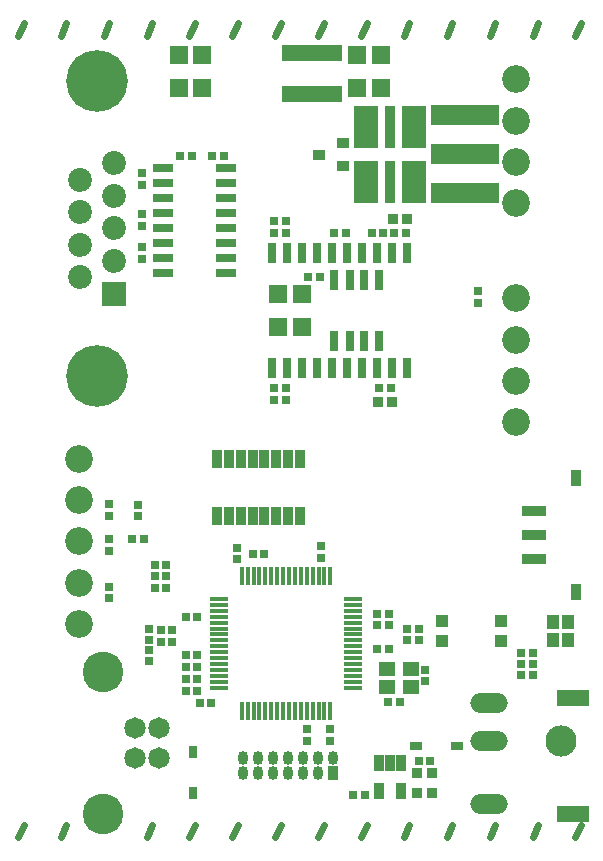
<source format=gbr>
G04 #@! TF.FileFunction,Soldermask,Top*
%FSLAX46Y46*%
G04 Gerber Fmt 4.6, Leading zero omitted, Abs format (unit mm)*
G04 Created by KiCad (PCBNEW 4.0.7) date Thu Apr 26 00:57:05 2018*
%MOMM*%
%LPD*%
G01*
G04 APERTURE LIST*
%ADD10C,0.100000*%
%ADD11C,0.600000*%
%ADD12R,0.840000X1.640000*%
%ADD13R,1.340000X1.190000*%
%ADD14R,0.850000X1.400000*%
%ADD15R,1.540000X0.390000*%
%ADD16R,0.390000X1.540000*%
%ADD17R,0.740000X1.740000*%
%ADD18C,1.816400*%
%ADD19C,3.442000*%
%ADD20C,2.019600*%
%ADD21R,2.019600X2.019600*%
%ADD22C,5.220000*%
%ADD23R,1.690000X0.740000*%
%ADD24O,3.188000X1.664000*%
%ADD25R,2.740000X1.448000*%
%ADD26C,2.640000*%
%ADD27R,0.902000X1.156000*%
%ADD28O,0.902000X1.156000*%
%ADD29R,0.790000X1.110000*%
%ADD30R,1.110000X0.790000*%
%ADD31R,0.940000X3.540000*%
%ADD32R,1.990000X3.540000*%
%ADD33R,1.040000X0.940000*%
%ADD34R,5.740000X1.740000*%
%ADD35R,5.140000X1.440000*%
%ADD36R,0.640000X0.740000*%
%ADD37C,2.340000*%
%ADD38R,0.740000X0.640000*%
%ADD39R,0.840000X0.810000*%
%ADD40R,0.700000X0.700000*%
%ADD41R,1.000000X1.200000*%
%ADD42R,1.029000X1.130600*%
%ADD43R,1.640000X1.640000*%
%ADD44R,2.140000X0.840000*%
%ADD45R,0.890000X1.340000*%
G04 APERTURE END LIST*
D10*
D11*
X9067307Y-615000D02*
X8592307Y-1665000D01*
X19953845Y-615000D02*
X19478845Y-1665000D01*
X23584614Y-615000D02*
X23109614Y-1665000D01*
X1800000Y-615000D02*
X1325000Y-1665000D01*
X5430769Y-615000D02*
X4955769Y-1665000D01*
X12692307Y-615000D02*
X12217307Y-1665000D01*
X16323076Y-615000D02*
X15848076Y-1665000D01*
X27215383Y-615000D02*
X26740383Y-1665000D01*
X30846152Y-615000D02*
X30371152Y-1665000D01*
X34476921Y-615000D02*
X34001921Y-1665000D01*
X48999997Y-615000D02*
X48524997Y-1665000D01*
X45369228Y-615000D02*
X44894228Y-1665000D01*
X38107690Y-615000D02*
X37632690Y-1665000D01*
X41738459Y-615000D02*
X41263459Y-1665000D01*
X41738459Y-68440000D02*
X41263459Y-69490000D01*
X38107690Y-68440000D02*
X37632690Y-69490000D01*
X48999997Y-68440000D02*
X48524997Y-69490000D01*
X45369228Y-68440000D02*
X44894228Y-69490000D01*
X5430769Y-68440000D02*
X4955769Y-69490000D01*
X1800000Y-68440000D02*
X1325000Y-69490000D01*
X34476921Y-68440000D02*
X34001921Y-69490000D01*
X30846152Y-68440000D02*
X30371152Y-69490000D01*
X27215383Y-68440000D02*
X26740383Y-69490000D01*
X23584614Y-68440000D02*
X23109614Y-69490000D01*
X19953845Y-68440000D02*
X19478845Y-69490000D01*
X16323076Y-68440000D02*
X15848076Y-69490000D01*
X12692307Y-68440000D02*
X12217307Y-69490000D01*
D12*
X25200000Y-37525000D03*
X24200000Y-37525000D03*
X23200000Y-37525000D03*
X22200000Y-37525000D03*
X21200000Y-37525000D03*
X20200000Y-37525000D03*
X19200000Y-37525000D03*
X18200000Y-37525000D03*
X25200000Y-42325000D03*
X24200000Y-42325000D03*
X23200000Y-42325000D03*
X22200000Y-42325000D03*
X21200000Y-42325000D03*
X20200000Y-42325000D03*
X19200000Y-42325000D03*
X18200000Y-42325000D03*
D13*
X32575000Y-56825000D03*
X34575000Y-55275000D03*
X34575000Y-56825000D03*
X32575000Y-55275000D03*
D14*
X33775000Y-63200000D03*
X32825000Y-63200000D03*
X31875000Y-63200000D03*
X31875000Y-65600000D03*
X33775000Y-65600000D03*
D15*
X29725000Y-56850000D03*
X29725000Y-56350000D03*
X29725000Y-55850000D03*
X29725000Y-55350000D03*
X29725000Y-54850000D03*
X29725000Y-54350000D03*
X29725000Y-53850000D03*
X29725000Y-53350000D03*
X29725000Y-52850000D03*
X29725000Y-52350000D03*
X29725000Y-51850000D03*
X29725000Y-51350000D03*
X29725000Y-50850000D03*
X29725000Y-50350000D03*
X29725000Y-49850000D03*
X29725000Y-49350000D03*
D16*
X27775000Y-47400000D03*
X27275000Y-47400000D03*
X26775000Y-47400000D03*
X26275000Y-47400000D03*
X25775000Y-47400000D03*
X25275000Y-47400000D03*
X24775000Y-47400000D03*
X24275000Y-47400000D03*
X23775000Y-47400000D03*
X23275000Y-47400000D03*
X22775000Y-47400000D03*
X22275000Y-47400000D03*
X21775000Y-47400000D03*
X21275000Y-47400000D03*
X20775000Y-47400000D03*
X20275000Y-47400000D03*
D15*
X18325000Y-49350000D03*
X18325000Y-49850000D03*
X18325000Y-50350000D03*
X18325000Y-50850000D03*
X18325000Y-51350000D03*
X18325000Y-51850000D03*
X18325000Y-52350000D03*
X18325000Y-52850000D03*
X18325000Y-53350000D03*
X18325000Y-53850000D03*
X18325000Y-54350000D03*
X18325000Y-54850000D03*
X18325000Y-55350000D03*
X18325000Y-55850000D03*
X18325000Y-56350000D03*
X18325000Y-56850000D03*
D16*
X20275000Y-58800000D03*
X20775000Y-58800000D03*
X21275000Y-58800000D03*
X21775000Y-58800000D03*
X22275000Y-58800000D03*
X22775000Y-58800000D03*
X23275000Y-58800000D03*
X23775000Y-58800000D03*
X24275000Y-58800000D03*
X24775000Y-58800000D03*
X25275000Y-58800000D03*
X25775000Y-58800000D03*
X26275000Y-58800000D03*
X26775000Y-58800000D03*
X27275000Y-58800000D03*
X27775000Y-58800000D03*
D17*
X28125000Y-27475000D03*
X29400000Y-27475000D03*
X30650000Y-27475000D03*
X31925000Y-27475000D03*
X31925000Y-22375000D03*
X30650000Y-22375000D03*
X29400000Y-22375000D03*
X28125000Y-22375000D03*
D18*
X11275000Y-60300320D03*
X13256200Y-60300320D03*
X11275000Y-62799680D03*
D19*
X8557200Y-67569800D03*
X8557200Y-55530200D03*
D18*
X13256200Y-62799680D03*
D20*
X9419860Y-12435260D03*
X9419860Y-15206400D03*
X9419860Y-17975000D03*
X9419860Y-20743600D03*
D21*
X9419860Y-23514740D03*
D20*
X6580140Y-13827180D03*
X6580140Y-16595780D03*
X6580140Y-19354220D03*
X6580140Y-22122820D03*
D22*
X8000000Y-30474340D03*
X8000000Y-5475660D03*
D23*
X13576491Y-12824839D03*
X13576491Y-14094839D03*
X13576491Y-15364839D03*
X13576491Y-16634839D03*
X13576491Y-17904839D03*
X13576491Y-19174839D03*
X13576491Y-20444839D03*
X13576491Y-21714839D03*
X18976491Y-21714839D03*
X18976491Y-20444839D03*
X18976491Y-19174839D03*
X18976491Y-17904839D03*
X18976491Y-16634839D03*
X18976491Y-15364839D03*
X18976491Y-14094839D03*
X18976491Y-12824839D03*
D24*
X41201887Y-58176437D03*
X41201887Y-66685437D03*
X41201887Y-61351437D03*
D25*
X48300000Y-67550000D03*
X48300000Y-57750000D03*
D26*
X47315887Y-61351000D03*
D27*
X28020000Y-64050000D03*
D28*
X26750000Y-64050000D03*
X25480000Y-64050000D03*
X24210000Y-64050000D03*
X22940000Y-64050000D03*
X21670000Y-64050000D03*
X20400000Y-64050000D03*
X26750000Y-62780000D03*
X25480000Y-62780000D03*
X24210000Y-62780000D03*
X22940000Y-62780000D03*
X21670000Y-62780000D03*
X20400000Y-62780000D03*
X28020000Y-62780000D03*
D29*
X16175000Y-65790000D03*
X16175000Y-62310000D03*
D30*
X35010000Y-61800000D03*
X38490000Y-61800000D03*
D31*
X32800000Y-14025000D03*
D32*
X34825000Y-14025000D03*
X30775000Y-14025000D03*
D31*
X32800000Y-9400000D03*
D32*
X34825000Y-9400000D03*
X30775000Y-9400000D03*
D33*
X28825000Y-12675000D03*
X28825000Y-10775000D03*
X26825000Y-11725000D03*
D34*
X39150000Y-15000000D03*
X39150000Y-8400000D03*
X39150000Y-11700000D03*
D35*
X26200000Y-3125000D03*
X26200000Y-6625000D03*
D36*
X12900000Y-46425000D03*
X13900000Y-46425000D03*
X12900000Y-47425000D03*
X13900000Y-47425000D03*
X12900000Y-48425000D03*
X13900000Y-48425000D03*
D37*
X43500000Y-30900000D03*
X43500000Y-27400000D03*
X43500000Y-23900000D03*
X43500000Y-34400000D03*
X43500000Y-12350000D03*
X43500000Y-8850000D03*
X43500000Y-5350000D03*
X43500000Y-15850000D03*
X6500000Y-40950000D03*
X6500000Y-44450000D03*
X6500000Y-47950000D03*
X6500000Y-37450000D03*
X6500000Y-51450000D03*
D36*
X21200000Y-45500000D03*
X22200000Y-45500000D03*
X29075000Y-18350000D03*
X28075000Y-18350000D03*
D38*
X13400000Y-52950000D03*
X13400000Y-51950000D03*
D36*
X15525000Y-50850000D03*
X16525000Y-50850000D03*
X15525000Y-54100000D03*
X16525000Y-54100000D03*
X15525000Y-56100000D03*
X16525000Y-56100000D03*
X43920000Y-53890000D03*
X44920000Y-53890000D03*
X31275000Y-18350000D03*
X32275000Y-18350000D03*
X34250000Y-51850000D03*
X35250000Y-51850000D03*
X34250000Y-52800000D03*
X35250000Y-52800000D03*
X43920000Y-54840000D03*
X44920000Y-54840000D03*
X43920000Y-55790000D03*
X44920000Y-55790000D03*
D38*
X25775000Y-60350000D03*
X25775000Y-61350000D03*
X12425000Y-54625000D03*
X12425000Y-53625000D03*
D36*
X11000000Y-44300000D03*
X12000000Y-44300000D03*
D38*
X11500000Y-41350000D03*
X11500000Y-42350000D03*
D36*
X31750000Y-51550000D03*
X32750000Y-51550000D03*
D38*
X14350000Y-51950000D03*
X14350000Y-52950000D03*
X19850000Y-45000000D03*
X19850000Y-46000000D03*
X11825000Y-14300000D03*
X11825000Y-13300000D03*
X35820000Y-56320000D03*
X35820000Y-55320000D03*
D36*
X24000000Y-18350000D03*
X23000000Y-18350000D03*
X33150000Y-18350000D03*
X34150000Y-18350000D03*
X26900000Y-22050000D03*
X25900000Y-22050000D03*
X32750000Y-50600000D03*
X31750000Y-50600000D03*
X16700000Y-58160000D03*
X17700000Y-58160000D03*
D38*
X26950000Y-44850000D03*
X26950000Y-45850000D03*
D36*
X31750000Y-53550000D03*
X32750000Y-53550000D03*
X33690000Y-58040000D03*
X32690000Y-58040000D03*
D38*
X11825000Y-19575000D03*
X11825000Y-20575000D03*
D36*
X15075000Y-11800000D03*
X16075000Y-11800000D03*
X18775000Y-11800000D03*
X17775000Y-11800000D03*
D38*
X11825000Y-17775000D03*
X11825000Y-16775000D03*
D36*
X29720000Y-65930000D03*
X30720000Y-65930000D03*
D38*
X27775000Y-61350000D03*
X27775000Y-60350000D03*
D36*
X31875000Y-31500000D03*
X32875000Y-31500000D03*
X35250000Y-63050000D03*
X36250000Y-63050000D03*
D39*
X35150000Y-64100000D03*
X36350000Y-64100000D03*
X35150000Y-65800000D03*
X36350000Y-65800000D03*
D40*
X15525000Y-57100000D03*
X16525000Y-57100000D03*
X16525000Y-55100000D03*
X15525000Y-55100000D03*
X9000000Y-41300000D03*
X9000000Y-42300000D03*
X9000000Y-44300000D03*
X9000000Y-45300000D03*
X9000000Y-48300000D03*
X9000000Y-49300000D03*
D41*
X46615000Y-52812000D03*
X46615000Y-51288000D03*
X47885000Y-52812000D03*
X47885000Y-51288000D03*
D42*
X37250000Y-52862800D03*
X37250000Y-51237200D03*
X42250000Y-52862800D03*
X42250000Y-51237200D03*
D40*
X40250000Y-24300000D03*
X40250000Y-23300000D03*
X12425000Y-52850000D03*
X12425000Y-51850000D03*
D43*
X14950000Y-6072000D03*
X14950000Y-3278000D03*
X32025000Y-6072000D03*
X32025000Y-3278000D03*
X16950000Y-6072000D03*
X16950000Y-3278000D03*
X30025000Y-6072000D03*
X30025000Y-3278000D03*
D39*
X33075000Y-17200000D03*
X34275000Y-17200000D03*
X31800000Y-32650000D03*
X33000000Y-32650000D03*
D36*
X24000000Y-31500000D03*
X23000000Y-31500000D03*
D17*
X22860000Y-20025000D03*
X22860000Y-29825000D03*
X24130000Y-20025000D03*
X24130000Y-29825000D03*
X25400000Y-20025000D03*
X25400000Y-29825000D03*
X26670000Y-20025000D03*
X26670000Y-29825000D03*
X27940000Y-20025000D03*
X27940000Y-29825000D03*
X29210000Y-20025000D03*
X29210000Y-29825000D03*
X30480000Y-20025000D03*
X30480000Y-29825000D03*
X31750000Y-20025000D03*
X31750000Y-29825000D03*
X33020000Y-20025000D03*
X33020000Y-29825000D03*
X34290000Y-20025000D03*
X34290000Y-29825000D03*
D36*
X24000000Y-32500000D03*
X23000000Y-32500000D03*
X24000000Y-17350000D03*
X23000000Y-17350000D03*
D43*
X25400000Y-26322000D03*
X25400000Y-23528000D03*
X23375000Y-23528000D03*
X23375000Y-26322000D03*
D44*
X45025000Y-45925000D03*
X45025000Y-43925000D03*
X45025000Y-41925000D03*
D45*
X48575000Y-48775000D03*
X48575000Y-39075000D03*
M02*

</source>
